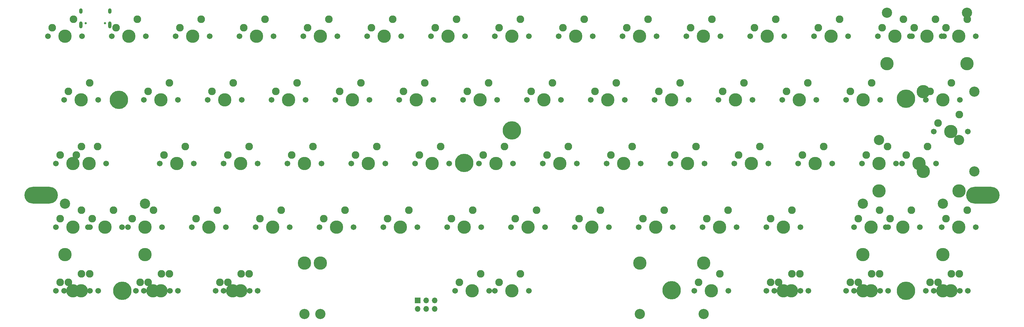
<source format=gbr>
G04 #@! TF.GenerationSoftware,KiCad,Pcbnew,(5.99.0-9972-g9020611657)*
G04 #@! TF.CreationDate,2021-03-30T08:21:05+08:00*
G04 #@! TF.ProjectId,plain60-c,706c6169-6e36-4302-9d63-2e6b69636164,rev?*
G04 #@! TF.SameCoordinates,Original*
G04 #@! TF.FileFunction,Soldermask,Top*
G04 #@! TF.FilePolarity,Negative*
%FSLAX46Y46*%
G04 Gerber Fmt 4.6, Leading zero omitted, Abs format (unit mm)*
G04 Created by KiCad (PCBNEW (5.99.0-9972-g9020611657)) date 2021-03-30 08:21:05*
%MOMM*%
%LPD*%
G01*
G04 APERTURE LIST*
%ADD10C,2.286000*%
%ADD11C,1.701800*%
%ADD12C,3.987800*%
%ADD13C,3.048000*%
%ADD14O,10.000000X5.000000*%
%ADD15C,5.500000*%
%ADD16C,0.650000*%
%ADD17O,1.000000X2.100000*%
%ADD18O,1.000000X1.600000*%
%ADD19R,1.700000X1.700000*%
%ADD20O,1.700000X1.700000*%
G04 APERTURE END LIST*
D10*
X78740000Y-23495000D03*
X72390000Y-26035000D03*
D11*
X71120000Y-28575000D03*
X81280000Y-28575000D03*
D12*
X76200000Y-28575000D03*
D10*
X97790000Y-23495000D03*
X91440000Y-26035000D03*
D11*
X90170000Y-28575000D03*
X100330000Y-28575000D03*
D12*
X95250000Y-28575000D03*
D10*
X154940000Y-23495000D03*
X148590000Y-26035000D03*
D11*
X157480000Y-28575000D03*
X147320000Y-28575000D03*
D12*
X152400000Y-28575000D03*
D10*
X173990000Y-23495000D03*
X167640000Y-26035000D03*
D12*
X171450000Y-28575000D03*
D11*
X176530000Y-28575000D03*
X166370000Y-28575000D03*
D10*
X40640000Y-23495000D03*
X34290000Y-26035000D03*
D12*
X38100000Y-28575000D03*
D11*
X33020000Y-28575000D03*
X43180000Y-28575000D03*
D10*
X135890000Y-23495000D03*
X129540000Y-26035000D03*
D11*
X128270000Y-28575000D03*
X138430000Y-28575000D03*
D12*
X133350000Y-28575000D03*
D10*
X116840000Y-23495000D03*
X110490000Y-26035000D03*
D12*
X114300000Y-28575000D03*
D11*
X109220000Y-28575000D03*
X119380000Y-28575000D03*
D10*
X59690000Y-23495000D03*
X53340000Y-26035000D03*
D11*
X52070000Y-28575000D03*
X62230000Y-28575000D03*
D12*
X57150000Y-28575000D03*
D10*
X16827500Y-23495000D03*
X10477500Y-26035000D03*
D12*
X14287500Y-28575000D03*
D11*
X9207500Y-28575000D03*
X19367500Y-28575000D03*
D13*
X254762000Y-2540000D03*
D12*
X266700000Y-9525000D03*
D13*
X278638000Y-2540000D03*
D11*
X261620000Y-9525000D03*
D12*
X278638000Y-17780000D03*
X254762000Y-17780000D03*
D11*
X271780000Y-9525000D03*
D10*
X269240000Y-4445000D03*
X262890000Y-6985000D03*
X145415000Y-4445000D03*
X139065000Y-6985000D03*
D11*
X147955000Y-9525000D03*
X137795000Y-9525000D03*
D12*
X142875000Y-9525000D03*
D10*
X183515000Y-4445000D03*
X177165000Y-6985000D03*
D11*
X186055000Y-9525000D03*
X175895000Y-9525000D03*
D12*
X180975000Y-9525000D03*
D10*
X259715000Y-4445000D03*
X253365000Y-6985000D03*
D12*
X257175000Y-9525000D03*
D11*
X252095000Y-9525000D03*
X262255000Y-9525000D03*
D10*
X88265000Y-4445000D03*
X81915000Y-6985000D03*
D11*
X80645000Y-9525000D03*
D12*
X85725000Y-9525000D03*
D11*
X90805000Y-9525000D03*
D10*
X240665000Y-4445000D03*
X234315000Y-6985000D03*
D11*
X233045000Y-9525000D03*
D12*
X238125000Y-9525000D03*
D11*
X243205000Y-9525000D03*
D10*
X221615000Y-4445000D03*
X215265000Y-6985000D03*
D12*
X219075000Y-9525000D03*
D11*
X224155000Y-9525000D03*
X213995000Y-9525000D03*
D10*
X202565000Y-4445000D03*
X196215000Y-6985000D03*
D11*
X205105000Y-9525000D03*
D12*
X200025000Y-9525000D03*
D11*
X194945000Y-9525000D03*
D10*
X164465000Y-4445000D03*
X158115000Y-6985000D03*
D11*
X167005000Y-9525000D03*
X156845000Y-9525000D03*
D12*
X161925000Y-9525000D03*
D10*
X126365000Y-4445000D03*
X120015000Y-6985000D03*
D11*
X128905000Y-9525000D03*
D12*
X123825000Y-9525000D03*
D11*
X118745000Y-9525000D03*
D10*
X107315000Y-4445000D03*
X100965000Y-6985000D03*
D12*
X104775000Y-9525000D03*
D11*
X99695000Y-9525000D03*
X109855000Y-9525000D03*
D10*
X69215000Y-4445000D03*
X62865000Y-6985000D03*
D11*
X71755000Y-9525000D03*
D12*
X66675000Y-9525000D03*
D11*
X61595000Y-9525000D03*
D10*
X31115000Y-4445000D03*
X24765000Y-6985000D03*
D11*
X33655000Y-9525000D03*
X23495000Y-9525000D03*
D12*
X28575000Y-9525000D03*
D10*
X12065000Y-4445000D03*
X5715000Y-6985000D03*
D12*
X9525000Y-9525000D03*
D11*
X4445000Y-9525000D03*
X14605000Y-9525000D03*
D10*
X50165000Y-4445000D03*
X43815000Y-6985000D03*
D12*
X47625000Y-9525000D03*
D11*
X42545000Y-9525000D03*
X52705000Y-9525000D03*
D10*
X40640000Y-80645000D03*
X34290000Y-83185000D03*
D11*
X43180000Y-85725000D03*
D12*
X38100000Y-85725000D03*
D11*
X33020000Y-85725000D03*
D10*
X204946250Y-80645000D03*
X198596250Y-83185000D03*
D11*
X197326250Y-85725000D03*
D12*
X202406250Y-85725000D03*
D11*
X207486250Y-85725000D03*
D10*
X150177500Y-61595000D03*
X143827500Y-64135000D03*
D11*
X152717500Y-66675000D03*
X142557500Y-66675000D03*
D12*
X147637500Y-66675000D03*
D10*
X252571460Y-61595056D03*
X246221460Y-64135056D03*
D11*
X244951460Y-66675056D03*
X255111460Y-66675056D03*
D12*
X250031460Y-66675056D03*
D10*
X14446250Y-42545000D03*
X8096250Y-45085000D03*
D11*
X16986250Y-47625000D03*
X6826250Y-47625000D03*
D12*
X11906250Y-47625000D03*
D10*
X226377500Y-61595000D03*
X220027500Y-64135000D03*
D12*
X223837500Y-66675000D03*
D11*
X228917500Y-66675000D03*
X218757500Y-66675000D03*
D10*
X169227500Y-61595000D03*
X162877500Y-64135000D03*
D11*
X171767500Y-66675000D03*
D12*
X166687500Y-66675000D03*
D11*
X161607500Y-66675000D03*
D10*
X207327500Y-61595000D03*
X200977500Y-64135000D03*
D11*
X209867500Y-66675000D03*
D12*
X204787500Y-66675000D03*
D11*
X199707500Y-66675000D03*
D10*
X131127500Y-61595000D03*
X124777500Y-64135000D03*
D11*
X123507500Y-66675000D03*
D12*
X128587500Y-66675000D03*
D11*
X133667500Y-66675000D03*
D10*
X188277500Y-61595000D03*
X181927500Y-64135000D03*
D11*
X190817500Y-66675000D03*
D12*
X185737500Y-66675000D03*
D11*
X180657500Y-66675000D03*
D10*
X16827500Y-80645000D03*
X10477500Y-83185000D03*
D11*
X19367500Y-85725000D03*
X9207500Y-85725000D03*
D12*
X14287500Y-85725000D03*
D10*
X14446250Y-61595000D03*
X8096250Y-64135000D03*
D11*
X6826250Y-66675000D03*
X16986250Y-66675000D03*
D12*
X11906250Y-66675000D03*
D10*
X278765000Y-4445000D03*
X272415000Y-6985000D03*
D12*
X276225000Y-9525000D03*
D11*
X271145000Y-9525000D03*
X281305000Y-9525000D03*
D10*
X276383750Y-80645072D03*
X270033750Y-83185072D03*
D11*
X268763750Y-85725072D03*
X278923750Y-85725072D03*
D12*
X273843750Y-85725072D03*
D10*
X252571250Y-80645000D03*
X246221250Y-83185000D03*
D11*
X255111250Y-85725000D03*
D12*
X250031250Y-85725000D03*
D11*
X244951250Y-85725000D03*
D10*
X250190000Y-23495000D03*
X243840000Y-26035000D03*
D11*
X252730000Y-28575000D03*
X242570000Y-28575000D03*
D12*
X247650000Y-28575000D03*
D10*
X54927500Y-61595000D03*
X48577500Y-64135000D03*
D11*
X47307500Y-66675000D03*
D12*
X52387500Y-66675000D03*
D11*
X57467500Y-66675000D03*
D10*
X193040000Y-23495000D03*
X186690000Y-26035000D03*
D11*
X195580000Y-28575000D03*
D12*
X190500000Y-28575000D03*
D11*
X185420000Y-28575000D03*
D10*
X121602500Y-42545000D03*
X115252500Y-45085000D03*
D11*
X124142500Y-47625000D03*
D12*
X119062500Y-47625000D03*
D11*
X113982500Y-47625000D03*
D10*
X64452500Y-42545000D03*
X58102500Y-45085000D03*
D11*
X66992500Y-47625000D03*
X56832500Y-47625000D03*
D12*
X61912500Y-47625000D03*
D10*
X62071250Y-80645000D03*
X55721250Y-83185000D03*
D11*
X54451250Y-85725000D03*
X64611250Y-85725000D03*
D12*
X59531250Y-85725000D03*
D10*
X266858750Y-42545000D03*
X260508750Y-45085000D03*
D11*
X259238750Y-47625000D03*
D12*
X264318750Y-47625000D03*
D11*
X269398750Y-47625000D03*
D12*
X252380750Y-55880000D03*
X276256750Y-55880000D03*
D13*
X252380750Y-40640000D03*
X276256750Y-40640000D03*
D10*
X228758750Y-80645000D03*
X222408750Y-83185000D03*
D11*
X231298750Y-85725000D03*
X221138750Y-85725000D03*
D12*
X226218750Y-85725000D03*
D10*
X278765000Y-61595000D03*
X272415000Y-64135000D03*
D11*
X271145000Y-66675000D03*
D12*
X276225000Y-66675000D03*
D11*
X281305000Y-66675000D03*
D10*
X178752500Y-42545000D03*
X172402500Y-45085000D03*
D11*
X171132500Y-47625000D03*
X181292500Y-47625000D03*
D12*
X176212500Y-47625000D03*
D10*
X14446250Y-80645000D03*
X8096250Y-83185000D03*
D11*
X16986250Y-85725000D03*
D12*
X11906250Y-85725000D03*
D11*
X6826250Y-85725000D03*
D10*
X274002500Y-23495000D03*
X267652500Y-26035000D03*
D12*
X271462500Y-28575000D03*
D11*
X266382500Y-28575000D03*
X276542500Y-28575000D03*
D10*
X231140000Y-23495000D03*
X224790000Y-26035000D03*
D11*
X223520000Y-28575000D03*
X233680000Y-28575000D03*
D12*
X228600000Y-28575000D03*
D10*
X64452500Y-80645000D03*
X58102500Y-83185000D03*
D11*
X56832500Y-85725000D03*
D12*
X61912500Y-85725000D03*
D11*
X66992500Y-85725000D03*
D10*
X93027500Y-61595000D03*
X86677500Y-64135000D03*
D11*
X85407500Y-66675000D03*
X95567500Y-66675000D03*
D12*
X90487500Y-66675000D03*
D10*
X83502500Y-42545000D03*
X77152500Y-45085000D03*
D11*
X86042500Y-47625000D03*
X75882500Y-47625000D03*
D12*
X80962500Y-47625000D03*
D10*
X35877500Y-61595000D03*
X29527500Y-64135000D03*
D12*
X33337500Y-66675000D03*
D11*
X38417500Y-66675000D03*
X28257500Y-66675000D03*
D10*
X254952500Y-42545000D03*
X248602500Y-45085000D03*
D12*
X252412500Y-47625000D03*
D11*
X257492500Y-47625000D03*
X247332500Y-47625000D03*
D10*
X159702500Y-42545000D03*
X153352500Y-45085000D03*
D12*
X157162500Y-47625000D03*
D11*
X162242500Y-47625000D03*
X152082500Y-47625000D03*
D10*
X102552500Y-42545000D03*
X96202500Y-45085000D03*
D11*
X94932500Y-47625000D03*
D12*
X100012500Y-47625000D03*
D11*
X105092500Y-47625000D03*
D10*
X45402500Y-42545000D03*
X39052500Y-45085000D03*
D11*
X47942500Y-47625000D03*
D12*
X42862500Y-47625000D03*
D11*
X37782500Y-47625000D03*
D10*
X197802500Y-42545000D03*
X191452500Y-45085000D03*
D11*
X190182500Y-47625000D03*
D12*
X195262500Y-47625000D03*
D11*
X200342500Y-47625000D03*
D10*
X23971250Y-61595000D03*
X17621250Y-64135000D03*
D13*
X33369250Y-59690000D03*
D12*
X33369250Y-74930000D03*
D13*
X9493250Y-59690000D03*
D11*
X16351250Y-66675000D03*
D12*
X21431250Y-66675000D03*
D11*
X26511250Y-66675000D03*
D12*
X9493250Y-74930000D03*
D10*
X235902500Y-42545000D03*
X229552500Y-45085000D03*
D11*
X228282500Y-47625000D03*
X238442500Y-47625000D03*
D12*
X233362500Y-47625000D03*
D10*
X216852500Y-42545000D03*
X210502500Y-45085000D03*
D12*
X214312500Y-47625000D03*
D11*
X209232500Y-47625000D03*
X219392500Y-47625000D03*
D10*
X212090000Y-23495000D03*
X205740000Y-26035000D03*
D11*
X204470000Y-28575000D03*
D12*
X209550000Y-28575000D03*
D11*
X214630000Y-28575000D03*
D10*
X140652500Y-42545000D03*
X134302500Y-45085000D03*
D11*
X143192500Y-47625000D03*
X133032500Y-47625000D03*
D12*
X138112500Y-47625000D03*
D10*
X19208750Y-42545000D03*
X12858750Y-45085000D03*
D12*
X16668750Y-47625000D03*
D11*
X11588750Y-47625000D03*
X21748750Y-47625000D03*
D10*
X112077500Y-61595000D03*
X105727500Y-64135000D03*
D12*
X109537500Y-66675000D03*
D11*
X114617500Y-66675000D03*
X104457500Y-66675000D03*
D10*
X250190000Y-80645000D03*
X243840000Y-83185000D03*
D11*
X242570000Y-85725000D03*
X252730000Y-85725000D03*
D12*
X247650000Y-85725000D03*
D10*
X38258750Y-80645000D03*
X31908750Y-83185000D03*
D12*
X35718750Y-85725000D03*
D11*
X40798750Y-85725000D03*
X30638750Y-85725000D03*
D10*
X73977500Y-61595000D03*
X67627500Y-64135000D03*
D11*
X66357500Y-66675000D03*
D12*
X71437500Y-66675000D03*
D11*
X76517500Y-66675000D03*
D10*
X226377500Y-80645000D03*
X220027500Y-83185000D03*
D11*
X218757500Y-85725000D03*
X228917500Y-85725000D03*
D12*
X223837500Y-85725000D03*
D10*
X274002728Y-80645072D03*
X267652728Y-83185072D03*
D11*
X276542728Y-85725072D03*
D12*
X271462728Y-85725072D03*
D11*
X266382728Y-85725072D03*
D14*
X2381252Y-57125000D03*
X283368988Y-57125000D03*
D10*
X262096468Y-61595000D03*
X255746468Y-64135000D03*
D12*
X271494468Y-74930000D03*
D11*
X254476468Y-66675000D03*
D13*
X271494468Y-59690000D03*
D12*
X259556468Y-66675000D03*
D11*
X264636468Y-66675000D03*
D12*
X247618468Y-74930000D03*
D13*
X247618468Y-59690000D03*
X181006750Y-92710000D03*
X80930750Y-92710000D03*
D12*
X181006750Y-77470000D03*
X80930750Y-77470000D03*
D10*
X133508750Y-80645000D03*
X127158750Y-83185000D03*
D11*
X136048750Y-85725000D03*
X125888750Y-85725000D03*
D12*
X130968750Y-85725000D03*
D15*
X26625000Y-85725072D03*
X142875000Y-37750000D03*
X260430000Y-85725072D03*
X260425000Y-28227050D03*
X25600000Y-28575024D03*
X128587608Y-47425040D03*
X190500160Y-85525000D03*
D12*
X85693250Y-77470000D03*
D13*
X85693250Y-92710000D03*
X200056750Y-92710000D03*
D12*
X200056750Y-77470000D03*
D10*
X145415000Y-80645000D03*
X139065000Y-83185000D03*
D11*
X147955000Y-85725000D03*
D12*
X142875000Y-85725000D03*
D11*
X137795000Y-85725000D03*
D10*
X276383980Y-33020000D03*
X270033980Y-35560000D03*
D11*
X268763980Y-38100000D03*
D12*
X273843980Y-38100000D03*
D13*
X280828980Y-26162000D03*
D11*
X278923980Y-38100000D03*
D12*
X265588980Y-26162000D03*
X265588980Y-50038000D03*
D13*
X280828980Y-50038000D03*
D16*
X15678000Y-5630000D03*
X21458000Y-5630000D03*
D17*
X22888000Y-6160000D03*
X14248000Y-6160000D03*
D18*
X22888000Y-1980000D03*
X14248000Y-1980000D03*
D19*
X114736661Y-88622263D03*
D20*
X114736661Y-91162263D03*
X117276661Y-88622263D03*
X117276661Y-91162263D03*
X119816661Y-88622263D03*
X119816661Y-91162263D03*
M02*

</source>
